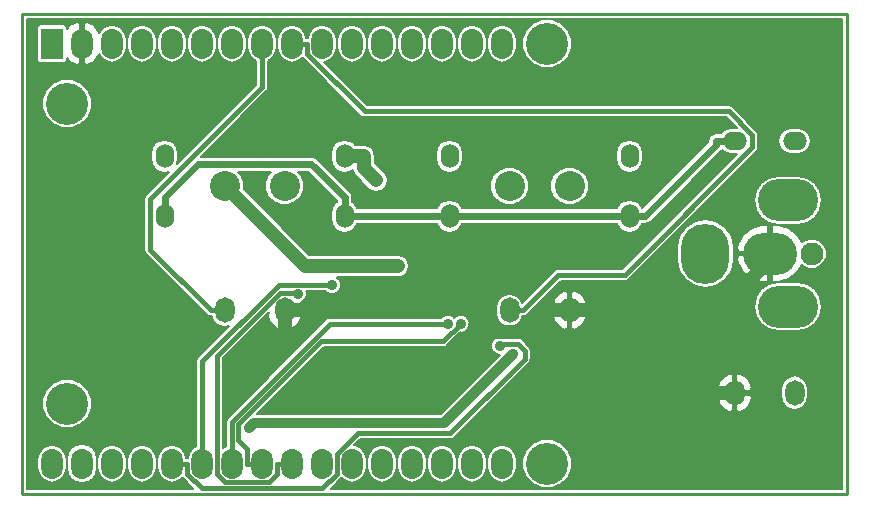
<source format=gtl>
G04 #@! TF.GenerationSoftware,KiCad,Pcbnew,no-vcs-found-6223534~58~ubuntu16.04.1*
G04 #@! TF.CreationDate,2017-03-08T14:08:53-05:00*
G04 #@! TF.ProjectId,h_bridge_controller_3x2,685F6272696467655F636F6E74726F6C,1.0*
G04 #@! TF.FileFunction,Copper,L1,Top,Signal*
G04 #@! TF.FilePolarity,Positive*
%FSLAX46Y46*%
G04 Gerber Fmt 4.6, Leading zero omitted, Abs format (unit mm)*
G04 Created by KiCad (PCBNEW no-vcs-found-6223534~58~ubuntu16.04.1) date Wed Mar  8 14:08:53 2017*
%MOMM*%
%LPD*%
G01*
G04 APERTURE LIST*
%ADD10C,0.100000*%
%ADD11C,0.228600*%
%ADD12O,1.854200X2.540000*%
%ADD13R,1.854200X2.540000*%
%ADD14C,3.556000*%
%ADD15O,2.032000X1.524000*%
%ADD16O,1.524000X2.032000*%
%ADD17C,1.930400*%
%ADD18O,4.572000X3.556000*%
%ADD19O,4.064000X5.080000*%
%ADD20O,5.080000X3.556000*%
%ADD21O,1.651000X2.159000*%
%ADD22C,2.540000*%
%ADD23C,0.889000*%
%ADD24C,1.219200*%
%ADD25C,0.812800*%
%ADD26C,0.609600*%
%ADD27C,0.406400*%
%ADD28C,0.203200*%
G04 APERTURE END LIST*
D10*
D11*
X155575000Y-68580000D02*
X85725000Y-68580000D01*
X155575000Y-109220000D02*
X155575000Y-68580000D01*
X85725000Y-109220000D02*
X155575000Y-109220000D01*
X85725000Y-68580000D02*
X85725000Y-109220000D01*
D12*
X90805000Y-71120000D03*
X93345000Y-71120000D03*
D13*
X88265000Y-71120000D03*
D12*
X95885000Y-71120000D03*
X98425000Y-71120000D03*
X100965000Y-71120000D03*
X103505000Y-71120000D03*
X106045000Y-71120000D03*
X108585000Y-71120000D03*
X111125000Y-71120000D03*
X113665000Y-71120000D03*
X116205000Y-71120000D03*
X118745000Y-71120000D03*
X121285000Y-71120000D03*
X123825000Y-71120000D03*
X126365000Y-71120000D03*
X126365000Y-106680000D03*
X123825000Y-106680000D03*
X121285000Y-106680000D03*
X118745000Y-106680000D03*
X116205000Y-106680000D03*
X113665000Y-106680000D03*
X111125000Y-106680000D03*
X108585000Y-106680000D03*
X106045000Y-106680000D03*
X103505000Y-106680000D03*
X100965000Y-106680000D03*
X98425000Y-106680000D03*
X95885000Y-106680000D03*
X93345000Y-106680000D03*
X90805000Y-106680000D03*
X88265000Y-106680000D03*
D14*
X89535000Y-76200000D03*
X89535000Y-101600000D03*
X130175000Y-106680000D03*
X130175000Y-71120000D03*
D15*
X146050000Y-79375000D03*
X151130000Y-79375000D03*
D16*
X97790000Y-80645000D03*
X97790000Y-85725000D03*
X113030000Y-85725000D03*
X113030000Y-80645000D03*
X121920000Y-80645000D03*
X121920000Y-85725000D03*
D17*
X152577800Y-88900000D03*
D18*
X149072600Y-88900000D03*
D19*
X143586200Y-88900000D03*
D20*
X150571200Y-84404200D03*
X150571200Y-93395800D03*
D21*
X146050000Y-100685600D03*
X151130000Y-100685600D03*
D22*
X102870000Y-83185000D03*
X107950000Y-83185000D03*
X132080000Y-83185000D03*
X127000000Y-83185000D03*
D16*
X137160000Y-80645000D03*
X137160000Y-85725000D03*
D21*
X102870000Y-93700600D03*
X107950000Y-93700600D03*
X132080000Y-93700600D03*
X127000000Y-93700600D03*
D23*
X106524300Y-97995700D03*
X127306000Y-97441700D03*
X104953200Y-103687400D03*
X117537100Y-89954800D03*
X115705800Y-82709200D03*
X109063900Y-92316800D03*
X122859900Y-94833000D03*
X121763300Y-94825700D03*
X111994900Y-91561600D03*
X126186300Y-96698100D03*
D24*
X146050000Y-100685600D02*
X144487900Y-100685600D01*
X141749800Y-97947500D02*
X144487900Y-100685600D01*
X141749800Y-96730800D02*
X141749800Y-97947500D01*
X141749800Y-96730800D02*
X149580600Y-88900000D01*
X138719600Y-93700600D02*
X132080000Y-93700600D01*
X141749800Y-96730800D02*
X138719600Y-93700600D01*
X132080000Y-93700600D02*
X130517900Y-93700600D01*
X107950000Y-93700600D02*
X109512100Y-93700600D01*
X107950000Y-96570000D02*
X106524300Y-97995700D01*
X107950000Y-93700600D02*
X107950000Y-96570000D01*
X109583200Y-93629500D02*
X109512100Y-93700600D01*
X123863400Y-93629500D02*
X109583200Y-93629500D01*
X125770200Y-95536300D02*
X123863400Y-93629500D01*
X128682200Y-95536300D02*
X125770200Y-95536300D01*
X130517900Y-93700600D02*
X128682200Y-95536300D01*
D25*
X121487300Y-103260400D02*
X127306000Y-97441700D01*
X105380200Y-103260400D02*
X121487300Y-103260400D01*
X104953200Y-103687400D02*
X105380200Y-103260400D01*
D24*
X109639800Y-89954800D02*
X102870000Y-83185000D01*
X117537100Y-89954800D02*
X109639800Y-89954800D01*
X113030000Y-80645000D02*
X114655900Y-80645000D01*
X114655900Y-81659300D02*
X115705800Y-82709200D01*
X114655900Y-80645000D02*
X114655900Y-81659300D01*
D26*
X144474900Y-79731200D02*
X144474900Y-79375000D01*
X138481100Y-85725000D02*
X144474900Y-79731200D01*
X137160000Y-85725000D02*
X138481100Y-85725000D01*
X146050000Y-79375000D02*
X144474900Y-79375000D01*
X100593300Y-81346600D02*
X97790000Y-84149900D01*
X110226700Y-81346600D02*
X100593300Y-81346600D01*
X113030000Y-84149900D02*
X110226700Y-81346600D01*
X113030000Y-85725000D02*
X113030000Y-84149900D01*
X97790000Y-85725000D02*
X97790000Y-84149900D01*
X137160000Y-85725000D02*
X121920000Y-85725000D01*
X121920000Y-85725000D02*
X113030000Y-85725000D01*
D27*
X108585000Y-106680000D02*
X107327700Y-106680000D01*
X109001600Y-92254500D02*
X109063900Y-92316800D01*
X107535500Y-92254500D02*
X109001600Y-92254500D01*
X102235000Y-97555000D02*
X107535500Y-92254500D01*
X102235000Y-107552700D02*
X102235000Y-97555000D01*
X102942100Y-108259800D02*
X102235000Y-107552700D01*
X106611800Y-108259800D02*
X102942100Y-108259800D01*
X107327700Y-107543900D02*
X106611800Y-108259800D01*
X107327700Y-106680000D02*
X107327700Y-107543900D01*
X106045000Y-106680000D02*
X104787700Y-106680000D01*
X104787700Y-105422700D02*
X104787700Y-106680000D01*
X104013400Y-104648400D02*
X104787700Y-105422700D01*
X104013400Y-103351500D02*
X104013400Y-104648400D01*
X111055100Y-96309800D02*
X104013400Y-103351500D01*
X121383100Y-96309800D02*
X111055100Y-96309800D01*
X122859900Y-94833000D02*
X121383100Y-96309800D01*
X103505000Y-106680000D02*
X103505000Y-105079800D01*
X103505000Y-103140300D02*
X103505000Y-105079800D01*
X111819600Y-94825700D02*
X103505000Y-103140300D01*
X121763300Y-94825700D02*
X111819600Y-94825700D01*
X107440000Y-91561600D02*
X111994900Y-91561600D01*
X100965000Y-98036600D02*
X107440000Y-91561600D01*
X100965000Y-106680000D02*
X100965000Y-98036600D01*
X98425000Y-106680000D02*
X99682300Y-106680000D01*
X126361000Y-96523400D02*
X126186300Y-96698100D01*
X127675700Y-96523400D02*
X126361000Y-96523400D01*
X128280500Y-97128200D02*
X127675700Y-96523400D01*
X128280500Y-97808500D02*
X128280500Y-97128200D01*
X121964600Y-104124400D02*
X128280500Y-97808500D01*
X114134700Y-104124400D02*
X121964600Y-104124400D01*
X112395000Y-105864100D02*
X114134700Y-104124400D01*
X112395000Y-107539400D02*
X112395000Y-105864100D01*
X111152500Y-108781900D02*
X112395000Y-107539400D01*
X100920300Y-108781900D02*
X111152500Y-108781900D01*
X99682300Y-107543900D02*
X100920300Y-108781900D01*
X99682300Y-106680000D02*
X99682300Y-107543900D01*
X106045000Y-74816700D02*
X106045000Y-71120000D01*
X96570400Y-84291300D02*
X106045000Y-74816700D01*
X96570400Y-88556700D02*
X96570400Y-84291300D01*
X101714300Y-93700600D02*
X96570400Y-88556700D01*
X102870000Y-93700600D02*
X101714300Y-93700600D01*
X131141000Y-90715300D02*
X128155700Y-93700600D01*
X136737300Y-90715300D02*
X131141000Y-90715300D01*
X147535300Y-79917300D02*
X136737300Y-90715300D01*
X147535300Y-78847500D02*
X147535300Y-79917300D01*
X145549200Y-76861400D02*
X147535300Y-78847500D01*
X114719300Y-76861400D02*
X145549200Y-76861400D01*
X109842300Y-71984400D02*
X114719300Y-76861400D01*
X109842300Y-71120000D02*
X109842300Y-71984400D01*
X108585000Y-71120000D02*
X109842300Y-71120000D01*
X127000000Y-93700600D02*
X128155700Y-93700600D01*
D28*
G36*
X155155900Y-108800900D02*
X111851920Y-108800900D01*
X112754210Y-107898610D01*
X112765300Y-107882012D01*
X112793915Y-107924837D01*
X113193572Y-108191879D01*
X113665000Y-108285652D01*
X114136428Y-108191879D01*
X114536085Y-107924837D01*
X114803127Y-107525180D01*
X114896900Y-107053752D01*
X114896900Y-106306248D01*
X114973100Y-106306248D01*
X114973100Y-107053752D01*
X115066873Y-107525180D01*
X115333915Y-107924837D01*
X115733572Y-108191879D01*
X116205000Y-108285652D01*
X116676428Y-108191879D01*
X117076085Y-107924837D01*
X117343127Y-107525180D01*
X117436900Y-107053752D01*
X117436900Y-106306248D01*
X117513100Y-106306248D01*
X117513100Y-107053752D01*
X117606873Y-107525180D01*
X117873915Y-107924837D01*
X118273572Y-108191879D01*
X118745000Y-108285652D01*
X119216428Y-108191879D01*
X119616085Y-107924837D01*
X119883127Y-107525180D01*
X119976900Y-107053752D01*
X119976900Y-106306248D01*
X120053100Y-106306248D01*
X120053100Y-107053752D01*
X120146873Y-107525180D01*
X120413915Y-107924837D01*
X120813572Y-108191879D01*
X121285000Y-108285652D01*
X121756428Y-108191879D01*
X122156085Y-107924837D01*
X122423127Y-107525180D01*
X122516900Y-107053752D01*
X122516900Y-106306248D01*
X122593100Y-106306248D01*
X122593100Y-107053752D01*
X122686873Y-107525180D01*
X122953915Y-107924837D01*
X123353572Y-108191879D01*
X123825000Y-108285652D01*
X124296428Y-108191879D01*
X124696085Y-107924837D01*
X124963127Y-107525180D01*
X125056900Y-107053752D01*
X125056900Y-106306248D01*
X125133100Y-106306248D01*
X125133100Y-107053752D01*
X125226873Y-107525180D01*
X125493915Y-107924837D01*
X125893572Y-108191879D01*
X126365000Y-108285652D01*
X126836428Y-108191879D01*
X127236085Y-107924837D01*
X127503127Y-107525180D01*
X127589197Y-107092477D01*
X128091840Y-107092477D01*
X128408259Y-107858270D01*
X128993648Y-108444682D01*
X129758888Y-108762437D01*
X130587477Y-108763160D01*
X131353270Y-108446741D01*
X131939682Y-107861352D01*
X132257437Y-107096112D01*
X132258160Y-106267523D01*
X131941741Y-105501730D01*
X131356352Y-104915318D01*
X130591112Y-104597563D01*
X129762523Y-104596840D01*
X128996730Y-104913259D01*
X128410318Y-105498648D01*
X128092563Y-106263888D01*
X128091840Y-107092477D01*
X127589197Y-107092477D01*
X127596900Y-107053752D01*
X127596900Y-106306248D01*
X127503127Y-105834820D01*
X127236085Y-105435163D01*
X126836428Y-105168121D01*
X126365000Y-105074348D01*
X125893572Y-105168121D01*
X125493915Y-105435163D01*
X125226873Y-105834820D01*
X125133100Y-106306248D01*
X125056900Y-106306248D01*
X124963127Y-105834820D01*
X124696085Y-105435163D01*
X124296428Y-105168121D01*
X123825000Y-105074348D01*
X123353572Y-105168121D01*
X122953915Y-105435163D01*
X122686873Y-105834820D01*
X122593100Y-106306248D01*
X122516900Y-106306248D01*
X122423127Y-105834820D01*
X122156085Y-105435163D01*
X121756428Y-105168121D01*
X121285000Y-105074348D01*
X120813572Y-105168121D01*
X120413915Y-105435163D01*
X120146873Y-105834820D01*
X120053100Y-106306248D01*
X119976900Y-106306248D01*
X119883127Y-105834820D01*
X119616085Y-105435163D01*
X119216428Y-105168121D01*
X118745000Y-105074348D01*
X118273572Y-105168121D01*
X117873915Y-105435163D01*
X117606873Y-105834820D01*
X117513100Y-106306248D01*
X117436900Y-106306248D01*
X117343127Y-105834820D01*
X117076085Y-105435163D01*
X116676428Y-105168121D01*
X116205000Y-105074348D01*
X115733572Y-105168121D01*
X115333915Y-105435163D01*
X115066873Y-105834820D01*
X114973100Y-106306248D01*
X114896900Y-106306248D01*
X114803127Y-105834820D01*
X114536085Y-105435163D01*
X114136428Y-105168121D01*
X113863657Y-105113863D01*
X114345120Y-104632400D01*
X121964600Y-104632400D01*
X122159003Y-104593731D01*
X122323810Y-104483610D01*
X125742829Y-101064591D01*
X144611364Y-101064591D01*
X144768706Y-101605619D01*
X145121113Y-102045251D01*
X145614935Y-102316558D01*
X145676247Y-102325176D01*
X145897600Y-102213214D01*
X145897600Y-100838000D01*
X146202400Y-100838000D01*
X146202400Y-102213214D01*
X146423753Y-102325176D01*
X146485065Y-102316558D01*
X146978887Y-102045251D01*
X147331294Y-101605619D01*
X147488636Y-101064591D01*
X147338077Y-100838000D01*
X146202400Y-100838000D01*
X145897600Y-100838000D01*
X144761923Y-100838000D01*
X144611364Y-101064591D01*
X125742829Y-101064591D01*
X126500811Y-100306609D01*
X144611364Y-100306609D01*
X144761923Y-100533200D01*
X145897600Y-100533200D01*
X145897600Y-99157986D01*
X146202400Y-99157986D01*
X146202400Y-100533200D01*
X147338077Y-100533200D01*
X147424266Y-100403485D01*
X149948900Y-100403485D01*
X149948900Y-100967715D01*
X150038806Y-101419702D01*
X150294836Y-101802879D01*
X150678013Y-102058909D01*
X151130000Y-102148815D01*
X151581987Y-102058909D01*
X151965164Y-101802879D01*
X152221194Y-101419702D01*
X152311100Y-100967715D01*
X152311100Y-100403485D01*
X152221194Y-99951498D01*
X151965164Y-99568321D01*
X151581987Y-99312291D01*
X151130000Y-99222385D01*
X150678013Y-99312291D01*
X150294836Y-99568321D01*
X150038806Y-99951498D01*
X149948900Y-100403485D01*
X147424266Y-100403485D01*
X147488636Y-100306609D01*
X147331294Y-99765581D01*
X146978887Y-99325949D01*
X146485065Y-99054642D01*
X146423753Y-99046024D01*
X146202400Y-99157986D01*
X145897600Y-99157986D01*
X145676247Y-99046024D01*
X145614935Y-99054642D01*
X145121113Y-99325949D01*
X144768706Y-99765581D01*
X144611364Y-100306609D01*
X126500811Y-100306609D01*
X128639710Y-98167711D01*
X128749831Y-98002904D01*
X128771192Y-97895512D01*
X128788500Y-97808500D01*
X128788500Y-97128200D01*
X128749831Y-96933797D01*
X128749831Y-96933796D01*
X128639710Y-96768989D01*
X128034910Y-96164190D01*
X127870103Y-96054069D01*
X127675700Y-96015400D01*
X126496077Y-96015400D01*
X126335999Y-95948930D01*
X126037909Y-95948670D01*
X125762410Y-96062504D01*
X125551444Y-96273101D01*
X125437130Y-96548401D01*
X125436870Y-96846491D01*
X125550704Y-97121990D01*
X125761301Y-97332956D01*
X126036601Y-97447270D01*
X126222637Y-97447432D01*
X121171670Y-102498400D01*
X105584920Y-102498400D01*
X111265520Y-96817800D01*
X121383100Y-96817800D01*
X121577503Y-96779131D01*
X121742310Y-96669010D01*
X122829047Y-95582274D01*
X123008291Y-95582430D01*
X123283790Y-95468596D01*
X123494756Y-95257999D01*
X123609070Y-94982699D01*
X123609330Y-94684609D01*
X123495496Y-94409110D01*
X123284899Y-94198144D01*
X123009599Y-94083830D01*
X122711509Y-94083570D01*
X122436010Y-94197404D01*
X122315218Y-94317985D01*
X122188299Y-94190844D01*
X121912999Y-94076530D01*
X121614909Y-94076270D01*
X121339410Y-94190104D01*
X121211590Y-94317700D01*
X111819600Y-94317700D01*
X111625196Y-94356369D01*
X111460390Y-94466490D01*
X103145790Y-102781090D01*
X103035669Y-102945897D01*
X102997000Y-103140300D01*
X102997000Y-105192558D01*
X102743000Y-105362275D01*
X102743000Y-97765420D01*
X106655418Y-93853002D01*
X106661922Y-93853002D01*
X106511364Y-94079591D01*
X106668706Y-94620619D01*
X107021113Y-95060251D01*
X107514935Y-95331558D01*
X107576247Y-95340176D01*
X107797600Y-95228214D01*
X107797600Y-93853000D01*
X108102400Y-93853000D01*
X108102400Y-95228214D01*
X108323753Y-95340176D01*
X108385065Y-95331558D01*
X108878887Y-95060251D01*
X109231294Y-94620619D01*
X109388636Y-94079591D01*
X109238077Y-93853000D01*
X108102400Y-93853000D01*
X107797600Y-93853000D01*
X107777600Y-93853000D01*
X107777600Y-93548200D01*
X107797600Y-93548200D01*
X107797600Y-93528200D01*
X108102400Y-93528200D01*
X108102400Y-93548200D01*
X109238077Y-93548200D01*
X109388636Y-93321609D01*
X109303416Y-93028578D01*
X109487790Y-92952396D01*
X109698756Y-92741799D01*
X109813070Y-92466499D01*
X109813330Y-92168409D01*
X109772503Y-92069600D01*
X111443267Y-92069600D01*
X111569901Y-92196456D01*
X111845201Y-92310770D01*
X112143291Y-92311030D01*
X112418790Y-92197196D01*
X112629756Y-91986599D01*
X112744070Y-91711299D01*
X112744330Y-91413209D01*
X112630496Y-91137710D01*
X112419899Y-90926744D01*
X112403658Y-90920000D01*
X117537100Y-90920000D01*
X117906466Y-90846529D01*
X118219599Y-90637299D01*
X118428829Y-90324166D01*
X118502300Y-89954800D01*
X118428829Y-89585434D01*
X118219599Y-89272301D01*
X117906466Y-89063071D01*
X117537100Y-88989600D01*
X110039598Y-88989600D01*
X104495373Y-83445375D01*
X104495881Y-82863067D01*
X104248920Y-82265375D01*
X103990995Y-82007000D01*
X106829104Y-82007000D01*
X106572687Y-82262970D01*
X106324683Y-82860230D01*
X106324119Y-83506933D01*
X106571080Y-84104625D01*
X107027970Y-84562313D01*
X107625230Y-84810317D01*
X108271933Y-84810881D01*
X108869625Y-84563920D01*
X109327313Y-84107030D01*
X109575317Y-83509770D01*
X109575881Y-82863067D01*
X109328920Y-82265375D01*
X109070995Y-82007000D01*
X109953154Y-82007000D01*
X112369600Y-84423446D01*
X112369600Y-84567095D01*
X112239737Y-84653866D01*
X111997472Y-85016442D01*
X111912400Y-85444129D01*
X111912400Y-86005871D01*
X111997472Y-86433558D01*
X112239737Y-86796134D01*
X112602313Y-87038399D01*
X113030000Y-87123471D01*
X113457687Y-87038399D01*
X113820263Y-86796134D01*
X114062528Y-86433558D01*
X114072107Y-86385400D01*
X120877893Y-86385400D01*
X120887472Y-86433558D01*
X121129737Y-86796134D01*
X121492313Y-87038399D01*
X121920000Y-87123471D01*
X122347687Y-87038399D01*
X122710263Y-86796134D01*
X122952528Y-86433558D01*
X122962107Y-86385400D01*
X136117893Y-86385400D01*
X136127472Y-86433558D01*
X136369737Y-86796134D01*
X136732313Y-87038399D01*
X137160000Y-87123471D01*
X137587687Y-87038399D01*
X137950263Y-86796134D01*
X138192528Y-86433558D01*
X138202107Y-86385400D01*
X138481100Y-86385400D01*
X138733824Y-86335130D01*
X138948073Y-86191973D01*
X144941873Y-80198173D01*
X144971364Y-80154036D01*
X144978866Y-80165263D01*
X145341442Y-80407528D01*
X145769129Y-80492600D01*
X146241580Y-80492600D01*
X136526880Y-90207300D01*
X131141000Y-90207300D01*
X130946597Y-90245969D01*
X130781790Y-90356090D01*
X128061961Y-93075919D01*
X128044261Y-92986933D01*
X127799243Y-92620237D01*
X127432547Y-92375219D01*
X127000000Y-92289180D01*
X126567453Y-92375219D01*
X126200757Y-92620237D01*
X125955739Y-92986933D01*
X125869700Y-93419480D01*
X125869700Y-93981720D01*
X125955739Y-94414267D01*
X126200757Y-94780963D01*
X126567453Y-95025981D01*
X127000000Y-95112020D01*
X127432547Y-95025981D01*
X127799243Y-94780963D01*
X128044261Y-94414267D01*
X128085171Y-94208600D01*
X128155700Y-94208600D01*
X128350103Y-94169931D01*
X128485305Y-94079591D01*
X130641364Y-94079591D01*
X130798706Y-94620619D01*
X131151113Y-95060251D01*
X131644935Y-95331558D01*
X131706247Y-95340176D01*
X131927600Y-95228214D01*
X131927600Y-93853000D01*
X132232400Y-93853000D01*
X132232400Y-95228214D01*
X132453753Y-95340176D01*
X132515065Y-95331558D01*
X133008887Y-95060251D01*
X133361294Y-94620619D01*
X133518636Y-94079591D01*
X133368077Y-93853000D01*
X132232400Y-93853000D01*
X131927600Y-93853000D01*
X130791923Y-93853000D01*
X130641364Y-94079591D01*
X128485305Y-94079591D01*
X128514910Y-94059810D01*
X129253111Y-93321609D01*
X130641364Y-93321609D01*
X130791923Y-93548200D01*
X131927600Y-93548200D01*
X131927600Y-92172986D01*
X132232400Y-92172986D01*
X132232400Y-93548200D01*
X133368077Y-93548200D01*
X133469339Y-93395800D01*
X147670667Y-93395800D01*
X147829211Y-94192853D01*
X148280705Y-94868562D01*
X148956414Y-95320056D01*
X149753467Y-95478600D01*
X151388933Y-95478600D01*
X152185986Y-95320056D01*
X152861695Y-94868562D01*
X153313189Y-94192853D01*
X153471733Y-93395800D01*
X153313189Y-92598747D01*
X152861695Y-91923038D01*
X152185986Y-91471544D01*
X151388933Y-91313000D01*
X149753467Y-91313000D01*
X148956414Y-91471544D01*
X148280705Y-91923038D01*
X147829211Y-92598747D01*
X147670667Y-93395800D01*
X133469339Y-93395800D01*
X133518636Y-93321609D01*
X133361294Y-92780581D01*
X133008887Y-92340949D01*
X132515065Y-92069642D01*
X132453753Y-92061024D01*
X132232400Y-92172986D01*
X131927600Y-92172986D01*
X131706247Y-92061024D01*
X131644935Y-92069642D01*
X131151113Y-92340949D01*
X130798706Y-92780581D01*
X130641364Y-93321609D01*
X129253111Y-93321609D01*
X131351420Y-91223300D01*
X136737300Y-91223300D01*
X136931703Y-91184631D01*
X137096510Y-91074510D01*
X139835748Y-88335272D01*
X141198600Y-88335272D01*
X141198600Y-89464728D01*
X141380345Y-90378423D01*
X141897912Y-91153016D01*
X142672505Y-91670583D01*
X143586200Y-91852328D01*
X144499895Y-91670583D01*
X145274488Y-91153016D01*
X145792055Y-90378423D01*
X145973800Y-89464728D01*
X145973800Y-89423265D01*
X146235045Y-89423265D01*
X146300425Y-89672896D01*
X146768549Y-90480525D01*
X147510106Y-91047534D01*
X148412200Y-91287600D01*
X148920200Y-91287600D01*
X148920200Y-89052400D01*
X146334602Y-89052400D01*
X146235045Y-89423265D01*
X145973800Y-89423265D01*
X145973800Y-88376735D01*
X146235045Y-88376735D01*
X146334602Y-88747600D01*
X148920200Y-88747600D01*
X148920200Y-86512400D01*
X149225000Y-86512400D01*
X149225000Y-88747600D01*
X149245000Y-88747600D01*
X149245000Y-89052400D01*
X149225000Y-89052400D01*
X149225000Y-91287600D01*
X149733000Y-91287600D01*
X150635094Y-91047534D01*
X151376651Y-90480525D01*
X151738277Y-89856632D01*
X151857463Y-89976026D01*
X152324073Y-90169779D01*
X152829310Y-90170220D01*
X153296258Y-89977282D01*
X153653826Y-89620337D01*
X153847579Y-89153727D01*
X153848020Y-88648490D01*
X153655082Y-88181542D01*
X153298137Y-87823974D01*
X152831527Y-87630221D01*
X152326290Y-87629780D01*
X151859342Y-87822718D01*
X151738352Y-87943498D01*
X151376651Y-87319475D01*
X150635094Y-86752466D01*
X149733000Y-86512400D01*
X149225000Y-86512400D01*
X148920200Y-86512400D01*
X148412200Y-86512400D01*
X147510106Y-86752466D01*
X146768549Y-87319475D01*
X146300425Y-88127104D01*
X146235045Y-88376735D01*
X145973800Y-88376735D01*
X145973800Y-88335272D01*
X145792055Y-87421577D01*
X145274488Y-86646984D01*
X144499895Y-86129417D01*
X143586200Y-85947672D01*
X142672505Y-86129417D01*
X141897912Y-86646984D01*
X141380345Y-87421577D01*
X141198600Y-88335272D01*
X139835748Y-88335272D01*
X143766820Y-84404200D01*
X147670667Y-84404200D01*
X147829211Y-85201253D01*
X148280705Y-85876962D01*
X148956414Y-86328456D01*
X149753467Y-86487000D01*
X151388933Y-86487000D01*
X152185986Y-86328456D01*
X152861695Y-85876962D01*
X153313189Y-85201253D01*
X153471733Y-84404200D01*
X153313189Y-83607147D01*
X152861695Y-82931438D01*
X152185986Y-82479944D01*
X151388933Y-82321400D01*
X149753467Y-82321400D01*
X148956414Y-82479944D01*
X148280705Y-82931438D01*
X147829211Y-83607147D01*
X147670667Y-84404200D01*
X143766820Y-84404200D01*
X147894510Y-80276510D01*
X148004631Y-80111703D01*
X148043300Y-79917300D01*
X148043300Y-79375000D01*
X149731529Y-79375000D01*
X149816601Y-79802687D01*
X150058866Y-80165263D01*
X150421442Y-80407528D01*
X150849129Y-80492600D01*
X151410871Y-80492600D01*
X151838558Y-80407528D01*
X152201134Y-80165263D01*
X152443399Y-79802687D01*
X152528471Y-79375000D01*
X152443399Y-78947313D01*
X152201134Y-78584737D01*
X151838558Y-78342472D01*
X151410871Y-78257400D01*
X150849129Y-78257400D01*
X150421442Y-78342472D01*
X150058866Y-78584737D01*
X149816601Y-78947313D01*
X149731529Y-79375000D01*
X148043300Y-79375000D01*
X148043300Y-78847500D01*
X148004631Y-78653097D01*
X147894511Y-78488290D01*
X145908410Y-76502190D01*
X145743603Y-76392069D01*
X145549200Y-76353400D01*
X114929721Y-76353400D01*
X111272611Y-72696290D01*
X111596428Y-72631879D01*
X111996085Y-72364837D01*
X112263127Y-71965180D01*
X112356900Y-71493752D01*
X112356900Y-70746248D01*
X112433100Y-70746248D01*
X112433100Y-71493752D01*
X112526873Y-71965180D01*
X112793915Y-72364837D01*
X113193572Y-72631879D01*
X113665000Y-72725652D01*
X114136428Y-72631879D01*
X114536085Y-72364837D01*
X114803127Y-71965180D01*
X114896900Y-71493752D01*
X114896900Y-70746248D01*
X114973100Y-70746248D01*
X114973100Y-71493752D01*
X115066873Y-71965180D01*
X115333915Y-72364837D01*
X115733572Y-72631879D01*
X116205000Y-72725652D01*
X116676428Y-72631879D01*
X117076085Y-72364837D01*
X117343127Y-71965180D01*
X117436900Y-71493752D01*
X117436900Y-70746248D01*
X117513100Y-70746248D01*
X117513100Y-71493752D01*
X117606873Y-71965180D01*
X117873915Y-72364837D01*
X118273572Y-72631879D01*
X118745000Y-72725652D01*
X119216428Y-72631879D01*
X119616085Y-72364837D01*
X119883127Y-71965180D01*
X119976900Y-71493752D01*
X119976900Y-70746248D01*
X120053100Y-70746248D01*
X120053100Y-71493752D01*
X120146873Y-71965180D01*
X120413915Y-72364837D01*
X120813572Y-72631879D01*
X121285000Y-72725652D01*
X121756428Y-72631879D01*
X122156085Y-72364837D01*
X122423127Y-71965180D01*
X122516900Y-71493752D01*
X122516900Y-70746248D01*
X122593100Y-70746248D01*
X122593100Y-71493752D01*
X122686873Y-71965180D01*
X122953915Y-72364837D01*
X123353572Y-72631879D01*
X123825000Y-72725652D01*
X124296428Y-72631879D01*
X124696085Y-72364837D01*
X124963127Y-71965180D01*
X125056900Y-71493752D01*
X125056900Y-70746248D01*
X125133100Y-70746248D01*
X125133100Y-71493752D01*
X125226873Y-71965180D01*
X125493915Y-72364837D01*
X125893572Y-72631879D01*
X126365000Y-72725652D01*
X126836428Y-72631879D01*
X127236085Y-72364837D01*
X127503127Y-71965180D01*
X127589197Y-71532477D01*
X128091840Y-71532477D01*
X128408259Y-72298270D01*
X128993648Y-72884682D01*
X129758888Y-73202437D01*
X130587477Y-73203160D01*
X131353270Y-72886741D01*
X131939682Y-72301352D01*
X132257437Y-71536112D01*
X132258160Y-70707523D01*
X131941741Y-69941730D01*
X131356352Y-69355318D01*
X130591112Y-69037563D01*
X129762523Y-69036840D01*
X128996730Y-69353259D01*
X128410318Y-69938648D01*
X128092563Y-70703888D01*
X128091840Y-71532477D01*
X127589197Y-71532477D01*
X127596900Y-71493752D01*
X127596900Y-70746248D01*
X127503127Y-70274820D01*
X127236085Y-69875163D01*
X126836428Y-69608121D01*
X126365000Y-69514348D01*
X125893572Y-69608121D01*
X125493915Y-69875163D01*
X125226873Y-70274820D01*
X125133100Y-70746248D01*
X125056900Y-70746248D01*
X124963127Y-70274820D01*
X124696085Y-69875163D01*
X124296428Y-69608121D01*
X123825000Y-69514348D01*
X123353572Y-69608121D01*
X122953915Y-69875163D01*
X122686873Y-70274820D01*
X122593100Y-70746248D01*
X122516900Y-70746248D01*
X122423127Y-70274820D01*
X122156085Y-69875163D01*
X121756428Y-69608121D01*
X121285000Y-69514348D01*
X120813572Y-69608121D01*
X120413915Y-69875163D01*
X120146873Y-70274820D01*
X120053100Y-70746248D01*
X119976900Y-70746248D01*
X119883127Y-70274820D01*
X119616085Y-69875163D01*
X119216428Y-69608121D01*
X118745000Y-69514348D01*
X118273572Y-69608121D01*
X117873915Y-69875163D01*
X117606873Y-70274820D01*
X117513100Y-70746248D01*
X117436900Y-70746248D01*
X117343127Y-70274820D01*
X117076085Y-69875163D01*
X116676428Y-69608121D01*
X116205000Y-69514348D01*
X115733572Y-69608121D01*
X115333915Y-69875163D01*
X115066873Y-70274820D01*
X114973100Y-70746248D01*
X114896900Y-70746248D01*
X114803127Y-70274820D01*
X114536085Y-69875163D01*
X114136428Y-69608121D01*
X113665000Y-69514348D01*
X113193572Y-69608121D01*
X112793915Y-69875163D01*
X112526873Y-70274820D01*
X112433100Y-70746248D01*
X112356900Y-70746248D01*
X112263127Y-70274820D01*
X111996085Y-69875163D01*
X111596428Y-69608121D01*
X111125000Y-69514348D01*
X110653572Y-69608121D01*
X110253915Y-69875163D01*
X109986873Y-70274820D01*
X109916854Y-70626830D01*
X109842300Y-70612000D01*
X109790196Y-70612000D01*
X109723127Y-70274820D01*
X109456085Y-69875163D01*
X109056428Y-69608121D01*
X108585000Y-69514348D01*
X108113572Y-69608121D01*
X107713915Y-69875163D01*
X107446873Y-70274820D01*
X107353100Y-70746248D01*
X107353100Y-71493752D01*
X107446873Y-71965180D01*
X107713915Y-72364837D01*
X108113572Y-72631879D01*
X108585000Y-72725652D01*
X109056428Y-72631879D01*
X109456085Y-72364837D01*
X109476679Y-72334016D01*
X109483090Y-72343610D01*
X114360090Y-77220611D01*
X114524897Y-77330731D01*
X114719300Y-77369400D01*
X145338780Y-77369400D01*
X146226779Y-78257400D01*
X145769129Y-78257400D01*
X145341442Y-78342472D01*
X144978866Y-78584737D01*
X144892095Y-78714600D01*
X144474900Y-78714600D01*
X144222176Y-78764870D01*
X144007927Y-78908027D01*
X143864770Y-79122276D01*
X143814500Y-79375000D01*
X143814500Y-79457654D01*
X138207554Y-85064600D01*
X138202107Y-85064600D01*
X138192528Y-85016442D01*
X137950263Y-84653866D01*
X137587687Y-84411601D01*
X137160000Y-84326529D01*
X136732313Y-84411601D01*
X136369737Y-84653866D01*
X136127472Y-85016442D01*
X136117893Y-85064600D01*
X122962107Y-85064600D01*
X122952528Y-85016442D01*
X122710263Y-84653866D01*
X122347687Y-84411601D01*
X121920000Y-84326529D01*
X121492313Y-84411601D01*
X121129737Y-84653866D01*
X120887472Y-85016442D01*
X120877893Y-85064600D01*
X114072107Y-85064600D01*
X114062528Y-85016442D01*
X113820263Y-84653866D01*
X113690400Y-84567095D01*
X113690400Y-84149900D01*
X113640130Y-83897176D01*
X113496973Y-83682927D01*
X110693673Y-80879627D01*
X110479424Y-80736470D01*
X110226700Y-80686200D01*
X100893920Y-80686200D01*
X101215991Y-80364129D01*
X111912400Y-80364129D01*
X111912400Y-80925871D01*
X111997472Y-81353558D01*
X112239737Y-81716134D01*
X112602313Y-81958399D01*
X113030000Y-82043471D01*
X113457687Y-81958399D01*
X113715878Y-81785881D01*
X113740416Y-81909239D01*
X113764171Y-82028666D01*
X113973401Y-82341799D01*
X115023301Y-83391700D01*
X115336434Y-83600929D01*
X115705800Y-83674399D01*
X116075167Y-83600929D01*
X116215841Y-83506933D01*
X125374119Y-83506933D01*
X125621080Y-84104625D01*
X126077970Y-84562313D01*
X126675230Y-84810317D01*
X127321933Y-84810881D01*
X127919625Y-84563920D01*
X128377313Y-84107030D01*
X128625317Y-83509770D01*
X128625319Y-83506933D01*
X130454119Y-83506933D01*
X130701080Y-84104625D01*
X131157970Y-84562313D01*
X131755230Y-84810317D01*
X132401933Y-84810881D01*
X132999625Y-84563920D01*
X133457313Y-84107030D01*
X133705317Y-83509770D01*
X133705881Y-82863067D01*
X133458920Y-82265375D01*
X133002030Y-81807687D01*
X132404770Y-81559683D01*
X131758067Y-81559119D01*
X131160375Y-81806080D01*
X130702687Y-82262970D01*
X130454683Y-82860230D01*
X130454119Y-83506933D01*
X128625319Y-83506933D01*
X128625881Y-82863067D01*
X128378920Y-82265375D01*
X127922030Y-81807687D01*
X127324770Y-81559683D01*
X126678067Y-81559119D01*
X126080375Y-81806080D01*
X125622687Y-82262970D01*
X125374683Y-82860230D01*
X125374119Y-83506933D01*
X116215841Y-83506933D01*
X116388300Y-83391700D01*
X116597529Y-83078567D01*
X116670999Y-82709200D01*
X116597529Y-82339834D01*
X116388300Y-82026701D01*
X115621100Y-81259502D01*
X115621100Y-80645000D01*
X115565232Y-80364129D01*
X120802400Y-80364129D01*
X120802400Y-80925871D01*
X120887472Y-81353558D01*
X121129737Y-81716134D01*
X121492313Y-81958399D01*
X121920000Y-82043471D01*
X122347687Y-81958399D01*
X122710263Y-81716134D01*
X122952528Y-81353558D01*
X123037600Y-80925871D01*
X123037600Y-80364129D01*
X136042400Y-80364129D01*
X136042400Y-80925871D01*
X136127472Y-81353558D01*
X136369737Y-81716134D01*
X136732313Y-81958399D01*
X137160000Y-82043471D01*
X137587687Y-81958399D01*
X137950263Y-81716134D01*
X138192528Y-81353558D01*
X138277600Y-80925871D01*
X138277600Y-80364129D01*
X138192528Y-79936442D01*
X137950263Y-79573866D01*
X137587687Y-79331601D01*
X137160000Y-79246529D01*
X136732313Y-79331601D01*
X136369737Y-79573866D01*
X136127472Y-79936442D01*
X136042400Y-80364129D01*
X123037600Y-80364129D01*
X122952528Y-79936442D01*
X122710263Y-79573866D01*
X122347687Y-79331601D01*
X121920000Y-79246529D01*
X121492313Y-79331601D01*
X121129737Y-79573866D01*
X120887472Y-79936442D01*
X120802400Y-80364129D01*
X115565232Y-80364129D01*
X115547629Y-80275634D01*
X115338399Y-79962501D01*
X115025266Y-79753271D01*
X114655900Y-79679800D01*
X113891046Y-79679800D01*
X113820263Y-79573866D01*
X113457687Y-79331601D01*
X113030000Y-79246529D01*
X112602313Y-79331601D01*
X112239737Y-79573866D01*
X111997472Y-79936442D01*
X111912400Y-80364129D01*
X101215991Y-80364129D01*
X106404210Y-75175910D01*
X106514331Y-75011103D01*
X106553000Y-74816700D01*
X106553000Y-72607442D01*
X106916085Y-72364837D01*
X107183127Y-71965180D01*
X107276900Y-71493752D01*
X107276900Y-70746248D01*
X107183127Y-70274820D01*
X106916085Y-69875163D01*
X106516428Y-69608121D01*
X106045000Y-69514348D01*
X105573572Y-69608121D01*
X105173915Y-69875163D01*
X104906873Y-70274820D01*
X104813100Y-70746248D01*
X104813100Y-71493752D01*
X104906873Y-71965180D01*
X105173915Y-72364837D01*
X105537000Y-72607442D01*
X105537000Y-74606280D01*
X98830674Y-81312606D01*
X98907600Y-80925871D01*
X98907600Y-80364129D01*
X98822528Y-79936442D01*
X98580263Y-79573866D01*
X98217687Y-79331601D01*
X97790000Y-79246529D01*
X97362313Y-79331601D01*
X96999737Y-79573866D01*
X96757472Y-79936442D01*
X96672400Y-80364129D01*
X96672400Y-80925871D01*
X96757472Y-81353558D01*
X96999737Y-81716134D01*
X97362313Y-81958399D01*
X97790000Y-82043471D01*
X98176735Y-81966545D01*
X96211190Y-83932090D01*
X96101069Y-84096897D01*
X96062400Y-84291300D01*
X96062400Y-88556700D01*
X96101069Y-88751103D01*
X96211190Y-88915910D01*
X101355090Y-94059810D01*
X101519896Y-94169931D01*
X101714300Y-94208600D01*
X101784829Y-94208600D01*
X101825739Y-94414267D01*
X102070757Y-94780963D01*
X102437453Y-95025981D01*
X102870000Y-95112020D01*
X103245939Y-95037241D01*
X100605790Y-97677390D01*
X100495669Y-97842197D01*
X100457000Y-98036600D01*
X100457000Y-105192558D01*
X100093915Y-105435163D01*
X99826873Y-105834820D01*
X99756854Y-106186830D01*
X99682300Y-106172000D01*
X99630196Y-106172000D01*
X99563127Y-105834820D01*
X99296085Y-105435163D01*
X98896428Y-105168121D01*
X98425000Y-105074348D01*
X97953572Y-105168121D01*
X97553915Y-105435163D01*
X97286873Y-105834820D01*
X97193100Y-106306248D01*
X97193100Y-107053752D01*
X97286873Y-107525180D01*
X97553915Y-107924837D01*
X97953572Y-108191879D01*
X98425000Y-108285652D01*
X98896428Y-108191879D01*
X99296085Y-107924837D01*
X99316846Y-107893766D01*
X99323090Y-107903110D01*
X100220879Y-108800900D01*
X86144100Y-108800900D01*
X86144100Y-106306248D01*
X87033100Y-106306248D01*
X87033100Y-107053752D01*
X87126873Y-107525180D01*
X87393915Y-107924837D01*
X87793572Y-108191879D01*
X88265000Y-108285652D01*
X88736428Y-108191879D01*
X89136085Y-107924837D01*
X89403127Y-107525180D01*
X89496900Y-107053752D01*
X89496900Y-106306248D01*
X89496703Y-106305253D01*
X89522300Y-106305253D01*
X89522300Y-107054747D01*
X89619940Y-107545615D01*
X89897994Y-107961753D01*
X90314132Y-108239807D01*
X90805000Y-108337447D01*
X91295868Y-108239807D01*
X91712006Y-107961753D01*
X91990060Y-107545615D01*
X92087700Y-107054747D01*
X92087700Y-106306248D01*
X92113100Y-106306248D01*
X92113100Y-107053752D01*
X92206873Y-107525180D01*
X92473915Y-107924837D01*
X92873572Y-108191879D01*
X93345000Y-108285652D01*
X93816428Y-108191879D01*
X94216085Y-107924837D01*
X94483127Y-107525180D01*
X94576900Y-107053752D01*
X94576900Y-106306248D01*
X94653100Y-106306248D01*
X94653100Y-107053752D01*
X94746873Y-107525180D01*
X95013915Y-107924837D01*
X95413572Y-108191879D01*
X95885000Y-108285652D01*
X96356428Y-108191879D01*
X96756085Y-107924837D01*
X97023127Y-107525180D01*
X97116900Y-107053752D01*
X97116900Y-106306248D01*
X97023127Y-105834820D01*
X96756085Y-105435163D01*
X96356428Y-105168121D01*
X95885000Y-105074348D01*
X95413572Y-105168121D01*
X95013915Y-105435163D01*
X94746873Y-105834820D01*
X94653100Y-106306248D01*
X94576900Y-106306248D01*
X94483127Y-105834820D01*
X94216085Y-105435163D01*
X93816428Y-105168121D01*
X93345000Y-105074348D01*
X92873572Y-105168121D01*
X92473915Y-105435163D01*
X92206873Y-105834820D01*
X92113100Y-106306248D01*
X92087700Y-106306248D01*
X92087700Y-106305253D01*
X91990060Y-105814385D01*
X91712006Y-105398247D01*
X91295868Y-105120193D01*
X90805000Y-105022553D01*
X90314132Y-105120193D01*
X89897994Y-105398247D01*
X89619940Y-105814385D01*
X89522300Y-106305253D01*
X89496703Y-106305253D01*
X89403127Y-105834820D01*
X89136085Y-105435163D01*
X88736428Y-105168121D01*
X88265000Y-105074348D01*
X87793572Y-105168121D01*
X87393915Y-105435163D01*
X87126873Y-105834820D01*
X87033100Y-106306248D01*
X86144100Y-106306248D01*
X86144100Y-102012477D01*
X87451840Y-102012477D01*
X87768259Y-102778270D01*
X88353648Y-103364682D01*
X89118888Y-103682437D01*
X89947477Y-103683160D01*
X90713270Y-103366741D01*
X91299682Y-102781352D01*
X91617437Y-102016112D01*
X91618160Y-101187523D01*
X91301741Y-100421730D01*
X90716352Y-99835318D01*
X89951112Y-99517563D01*
X89122523Y-99516840D01*
X88356730Y-99833259D01*
X87770318Y-100418648D01*
X87452563Y-101183888D01*
X87451840Y-102012477D01*
X86144100Y-102012477D01*
X86144100Y-76612477D01*
X87451840Y-76612477D01*
X87768259Y-77378270D01*
X88353648Y-77964682D01*
X89118888Y-78282437D01*
X89947477Y-78283160D01*
X90713270Y-77966741D01*
X91299682Y-77381352D01*
X91617437Y-76616112D01*
X91618160Y-75787523D01*
X91301741Y-75021730D01*
X90716352Y-74435318D01*
X89951112Y-74117563D01*
X89122523Y-74116840D01*
X88356730Y-74433259D01*
X87770318Y-75018648D01*
X87452563Y-75783888D01*
X87451840Y-76612477D01*
X86144100Y-76612477D01*
X86144100Y-69850000D01*
X86975334Y-69850000D01*
X86975334Y-72390000D01*
X87002933Y-72528748D01*
X87081527Y-72646373D01*
X87199152Y-72724967D01*
X87337900Y-72752566D01*
X89192100Y-72752566D01*
X89330848Y-72724967D01*
X89448473Y-72646373D01*
X89527067Y-72528748D01*
X89554666Y-72390000D01*
X89554666Y-72326923D01*
X89826152Y-72657274D01*
X90357730Y-72940947D01*
X90415269Y-72949357D01*
X90652600Y-72838785D01*
X90652600Y-71272400D01*
X90632600Y-71272400D01*
X90632600Y-70967600D01*
X90652600Y-70967600D01*
X90652600Y-69401215D01*
X90957400Y-69401215D01*
X90957400Y-70967600D01*
X90977400Y-70967600D01*
X90977400Y-71272400D01*
X90957400Y-71272400D01*
X90957400Y-72838785D01*
X91194731Y-72949357D01*
X91252270Y-72940947D01*
X91783848Y-72657274D01*
X92166405Y-72191769D01*
X92226414Y-71994425D01*
X92473915Y-72364837D01*
X92873572Y-72631879D01*
X93345000Y-72725652D01*
X93816428Y-72631879D01*
X94216085Y-72364837D01*
X94483127Y-71965180D01*
X94576900Y-71493752D01*
X94576900Y-70746248D01*
X94653100Y-70746248D01*
X94653100Y-71493752D01*
X94746873Y-71965180D01*
X95013915Y-72364837D01*
X95413572Y-72631879D01*
X95885000Y-72725652D01*
X96356428Y-72631879D01*
X96756085Y-72364837D01*
X97023127Y-71965180D01*
X97116900Y-71493752D01*
X97116900Y-70746248D01*
X97193100Y-70746248D01*
X97193100Y-71493752D01*
X97286873Y-71965180D01*
X97553915Y-72364837D01*
X97953572Y-72631879D01*
X98425000Y-72725652D01*
X98896428Y-72631879D01*
X99296085Y-72364837D01*
X99563127Y-71965180D01*
X99656900Y-71493752D01*
X99656900Y-70746248D01*
X99733100Y-70746248D01*
X99733100Y-71493752D01*
X99826873Y-71965180D01*
X100093915Y-72364837D01*
X100493572Y-72631879D01*
X100965000Y-72725652D01*
X101436428Y-72631879D01*
X101836085Y-72364837D01*
X102103127Y-71965180D01*
X102196900Y-71493752D01*
X102196900Y-70746248D01*
X102273100Y-70746248D01*
X102273100Y-71493752D01*
X102366873Y-71965180D01*
X102633915Y-72364837D01*
X103033572Y-72631879D01*
X103505000Y-72725652D01*
X103976428Y-72631879D01*
X104376085Y-72364837D01*
X104643127Y-71965180D01*
X104736900Y-71493752D01*
X104736900Y-70746248D01*
X104643127Y-70274820D01*
X104376085Y-69875163D01*
X103976428Y-69608121D01*
X103505000Y-69514348D01*
X103033572Y-69608121D01*
X102633915Y-69875163D01*
X102366873Y-70274820D01*
X102273100Y-70746248D01*
X102196900Y-70746248D01*
X102103127Y-70274820D01*
X101836085Y-69875163D01*
X101436428Y-69608121D01*
X100965000Y-69514348D01*
X100493572Y-69608121D01*
X100093915Y-69875163D01*
X99826873Y-70274820D01*
X99733100Y-70746248D01*
X99656900Y-70746248D01*
X99563127Y-70274820D01*
X99296085Y-69875163D01*
X98896428Y-69608121D01*
X98425000Y-69514348D01*
X97953572Y-69608121D01*
X97553915Y-69875163D01*
X97286873Y-70274820D01*
X97193100Y-70746248D01*
X97116900Y-70746248D01*
X97023127Y-70274820D01*
X96756085Y-69875163D01*
X96356428Y-69608121D01*
X95885000Y-69514348D01*
X95413572Y-69608121D01*
X95013915Y-69875163D01*
X94746873Y-70274820D01*
X94653100Y-70746248D01*
X94576900Y-70746248D01*
X94483127Y-70274820D01*
X94216085Y-69875163D01*
X93816428Y-69608121D01*
X93345000Y-69514348D01*
X92873572Y-69608121D01*
X92473915Y-69875163D01*
X92226414Y-70245575D01*
X92166405Y-70048231D01*
X91783848Y-69582726D01*
X91252270Y-69299053D01*
X91194731Y-69290643D01*
X90957400Y-69401215D01*
X90652600Y-69401215D01*
X90415269Y-69290643D01*
X90357730Y-69299053D01*
X89826152Y-69582726D01*
X89554666Y-69913077D01*
X89554666Y-69850000D01*
X89527067Y-69711252D01*
X89448473Y-69593627D01*
X89330848Y-69515033D01*
X89192100Y-69487434D01*
X87337900Y-69487434D01*
X87199152Y-69515033D01*
X87081527Y-69593627D01*
X87002933Y-69711252D01*
X86975334Y-69850000D01*
X86144100Y-69850000D01*
X86144100Y-68999100D01*
X155155900Y-68999100D01*
X155155900Y-108800900D01*
X155155900Y-108800900D01*
G37*
X155155900Y-108800900D02*
X111851920Y-108800900D01*
X112754210Y-107898610D01*
X112765300Y-107882012D01*
X112793915Y-107924837D01*
X113193572Y-108191879D01*
X113665000Y-108285652D01*
X114136428Y-108191879D01*
X114536085Y-107924837D01*
X114803127Y-107525180D01*
X114896900Y-107053752D01*
X114896900Y-106306248D01*
X114973100Y-106306248D01*
X114973100Y-107053752D01*
X115066873Y-107525180D01*
X115333915Y-107924837D01*
X115733572Y-108191879D01*
X116205000Y-108285652D01*
X116676428Y-108191879D01*
X117076085Y-107924837D01*
X117343127Y-107525180D01*
X117436900Y-107053752D01*
X117436900Y-106306248D01*
X117513100Y-106306248D01*
X117513100Y-107053752D01*
X117606873Y-107525180D01*
X117873915Y-107924837D01*
X118273572Y-108191879D01*
X118745000Y-108285652D01*
X119216428Y-108191879D01*
X119616085Y-107924837D01*
X119883127Y-107525180D01*
X119976900Y-107053752D01*
X119976900Y-106306248D01*
X120053100Y-106306248D01*
X120053100Y-107053752D01*
X120146873Y-107525180D01*
X120413915Y-107924837D01*
X120813572Y-108191879D01*
X121285000Y-108285652D01*
X121756428Y-108191879D01*
X122156085Y-107924837D01*
X122423127Y-107525180D01*
X122516900Y-107053752D01*
X122516900Y-106306248D01*
X122593100Y-106306248D01*
X122593100Y-107053752D01*
X122686873Y-107525180D01*
X122953915Y-107924837D01*
X123353572Y-108191879D01*
X123825000Y-108285652D01*
X124296428Y-108191879D01*
X124696085Y-107924837D01*
X124963127Y-107525180D01*
X125056900Y-107053752D01*
X125056900Y-106306248D01*
X125133100Y-106306248D01*
X125133100Y-107053752D01*
X125226873Y-107525180D01*
X125493915Y-107924837D01*
X125893572Y-108191879D01*
X126365000Y-108285652D01*
X126836428Y-108191879D01*
X127236085Y-107924837D01*
X127503127Y-107525180D01*
X127589197Y-107092477D01*
X128091840Y-107092477D01*
X128408259Y-107858270D01*
X128993648Y-108444682D01*
X129758888Y-108762437D01*
X130587477Y-108763160D01*
X131353270Y-108446741D01*
X131939682Y-107861352D01*
X132257437Y-107096112D01*
X132258160Y-106267523D01*
X131941741Y-105501730D01*
X131356352Y-104915318D01*
X130591112Y-104597563D01*
X129762523Y-104596840D01*
X128996730Y-104913259D01*
X128410318Y-105498648D01*
X128092563Y-106263888D01*
X128091840Y-107092477D01*
X127589197Y-107092477D01*
X127596900Y-107053752D01*
X127596900Y-106306248D01*
X127503127Y-105834820D01*
X127236085Y-105435163D01*
X126836428Y-105168121D01*
X126365000Y-105074348D01*
X125893572Y-105168121D01*
X125493915Y-105435163D01*
X125226873Y-105834820D01*
X125133100Y-106306248D01*
X125056900Y-106306248D01*
X124963127Y-105834820D01*
X124696085Y-105435163D01*
X124296428Y-105168121D01*
X123825000Y-105074348D01*
X123353572Y-105168121D01*
X122953915Y-105435163D01*
X122686873Y-105834820D01*
X122593100Y-106306248D01*
X122516900Y-106306248D01*
X122423127Y-105834820D01*
X122156085Y-105435163D01*
X121756428Y-105168121D01*
X121285000Y-105074348D01*
X120813572Y-105168121D01*
X120413915Y-105435163D01*
X120146873Y-105834820D01*
X120053100Y-106306248D01*
X119976900Y-106306248D01*
X119883127Y-105834820D01*
X119616085Y-105435163D01*
X119216428Y-105168121D01*
X118745000Y-105074348D01*
X118273572Y-105168121D01*
X117873915Y-105435163D01*
X117606873Y-105834820D01*
X117513100Y-106306248D01*
X117436900Y-106306248D01*
X117343127Y-105834820D01*
X117076085Y-105435163D01*
X116676428Y-105168121D01*
X116205000Y-105074348D01*
X115733572Y-105168121D01*
X115333915Y-105435163D01*
X115066873Y-105834820D01*
X114973100Y-106306248D01*
X114896900Y-106306248D01*
X114803127Y-105834820D01*
X114536085Y-105435163D01*
X114136428Y-105168121D01*
X113863657Y-105113863D01*
X114345120Y-104632400D01*
X121964600Y-104632400D01*
X122159003Y-104593731D01*
X122323810Y-104483610D01*
X125742829Y-101064591D01*
X144611364Y-101064591D01*
X144768706Y-101605619D01*
X145121113Y-102045251D01*
X145614935Y-102316558D01*
X145676247Y-102325176D01*
X145897600Y-102213214D01*
X145897600Y-100838000D01*
X146202400Y-100838000D01*
X146202400Y-102213214D01*
X146423753Y-102325176D01*
X146485065Y-102316558D01*
X146978887Y-102045251D01*
X147331294Y-101605619D01*
X147488636Y-101064591D01*
X147338077Y-100838000D01*
X146202400Y-100838000D01*
X145897600Y-100838000D01*
X144761923Y-100838000D01*
X144611364Y-101064591D01*
X125742829Y-101064591D01*
X126500811Y-100306609D01*
X144611364Y-100306609D01*
X144761923Y-100533200D01*
X145897600Y-100533200D01*
X145897600Y-99157986D01*
X146202400Y-99157986D01*
X146202400Y-100533200D01*
X147338077Y-100533200D01*
X147424266Y-100403485D01*
X149948900Y-100403485D01*
X149948900Y-100967715D01*
X150038806Y-101419702D01*
X150294836Y-101802879D01*
X150678013Y-102058909D01*
X151130000Y-102148815D01*
X151581987Y-102058909D01*
X151965164Y-101802879D01*
X152221194Y-101419702D01*
X152311100Y-100967715D01*
X152311100Y-100403485D01*
X152221194Y-99951498D01*
X151965164Y-99568321D01*
X151581987Y-99312291D01*
X151130000Y-99222385D01*
X150678013Y-99312291D01*
X150294836Y-99568321D01*
X150038806Y-99951498D01*
X149948900Y-100403485D01*
X147424266Y-100403485D01*
X147488636Y-100306609D01*
X147331294Y-99765581D01*
X146978887Y-99325949D01*
X146485065Y-99054642D01*
X146423753Y-99046024D01*
X146202400Y-99157986D01*
X145897600Y-99157986D01*
X145676247Y-99046024D01*
X145614935Y-99054642D01*
X145121113Y-99325949D01*
X144768706Y-99765581D01*
X144611364Y-100306609D01*
X126500811Y-100306609D01*
X128639710Y-98167711D01*
X128749831Y-98002904D01*
X128771192Y-97895512D01*
X128788500Y-97808500D01*
X128788500Y-97128200D01*
X128749831Y-96933797D01*
X128749831Y-96933796D01*
X128639710Y-96768989D01*
X128034910Y-96164190D01*
X127870103Y-96054069D01*
X127675700Y-96015400D01*
X126496077Y-96015400D01*
X126335999Y-95948930D01*
X126037909Y-95948670D01*
X125762410Y-96062504D01*
X125551444Y-96273101D01*
X125437130Y-96548401D01*
X125436870Y-96846491D01*
X125550704Y-97121990D01*
X125761301Y-97332956D01*
X126036601Y-97447270D01*
X126222637Y-97447432D01*
X121171670Y-102498400D01*
X105584920Y-102498400D01*
X111265520Y-96817800D01*
X121383100Y-96817800D01*
X121577503Y-96779131D01*
X121742310Y-96669010D01*
X122829047Y-95582274D01*
X123008291Y-95582430D01*
X123283790Y-95468596D01*
X123494756Y-95257999D01*
X123609070Y-94982699D01*
X123609330Y-94684609D01*
X123495496Y-94409110D01*
X123284899Y-94198144D01*
X123009599Y-94083830D01*
X122711509Y-94083570D01*
X122436010Y-94197404D01*
X122315218Y-94317985D01*
X122188299Y-94190844D01*
X121912999Y-94076530D01*
X121614909Y-94076270D01*
X121339410Y-94190104D01*
X121211590Y-94317700D01*
X111819600Y-94317700D01*
X111625196Y-94356369D01*
X111460390Y-94466490D01*
X103145790Y-102781090D01*
X103035669Y-102945897D01*
X102997000Y-103140300D01*
X102997000Y-105192558D01*
X102743000Y-105362275D01*
X102743000Y-97765420D01*
X106655418Y-93853002D01*
X106661922Y-93853002D01*
X106511364Y-94079591D01*
X106668706Y-94620619D01*
X107021113Y-95060251D01*
X107514935Y-95331558D01*
X107576247Y-95340176D01*
X107797600Y-95228214D01*
X107797600Y-93853000D01*
X108102400Y-93853000D01*
X108102400Y-95228214D01*
X108323753Y-95340176D01*
X108385065Y-95331558D01*
X108878887Y-95060251D01*
X109231294Y-94620619D01*
X109388636Y-94079591D01*
X109238077Y-93853000D01*
X108102400Y-93853000D01*
X107797600Y-93853000D01*
X107777600Y-93853000D01*
X107777600Y-93548200D01*
X107797600Y-93548200D01*
X107797600Y-93528200D01*
X108102400Y-93528200D01*
X108102400Y-93548200D01*
X109238077Y-93548200D01*
X109388636Y-93321609D01*
X109303416Y-93028578D01*
X109487790Y-92952396D01*
X109698756Y-92741799D01*
X109813070Y-92466499D01*
X109813330Y-92168409D01*
X109772503Y-92069600D01*
X111443267Y-92069600D01*
X111569901Y-92196456D01*
X111845201Y-92310770D01*
X112143291Y-92311030D01*
X112418790Y-92197196D01*
X112629756Y-91986599D01*
X112744070Y-91711299D01*
X112744330Y-91413209D01*
X112630496Y-91137710D01*
X112419899Y-90926744D01*
X112403658Y-90920000D01*
X117537100Y-90920000D01*
X117906466Y-90846529D01*
X118219599Y-90637299D01*
X118428829Y-90324166D01*
X118502300Y-89954800D01*
X118428829Y-89585434D01*
X118219599Y-89272301D01*
X117906466Y-89063071D01*
X117537100Y-88989600D01*
X110039598Y-88989600D01*
X104495373Y-83445375D01*
X104495881Y-82863067D01*
X104248920Y-82265375D01*
X103990995Y-82007000D01*
X106829104Y-82007000D01*
X106572687Y-82262970D01*
X106324683Y-82860230D01*
X106324119Y-83506933D01*
X106571080Y-84104625D01*
X107027970Y-84562313D01*
X107625230Y-84810317D01*
X108271933Y-84810881D01*
X108869625Y-84563920D01*
X109327313Y-84107030D01*
X109575317Y-83509770D01*
X109575881Y-82863067D01*
X109328920Y-82265375D01*
X109070995Y-82007000D01*
X109953154Y-82007000D01*
X112369600Y-84423446D01*
X112369600Y-84567095D01*
X112239737Y-84653866D01*
X111997472Y-85016442D01*
X111912400Y-85444129D01*
X111912400Y-86005871D01*
X111997472Y-86433558D01*
X112239737Y-86796134D01*
X112602313Y-87038399D01*
X113030000Y-87123471D01*
X113457687Y-87038399D01*
X113820263Y-86796134D01*
X114062528Y-86433558D01*
X114072107Y-86385400D01*
X120877893Y-86385400D01*
X120887472Y-86433558D01*
X121129737Y-86796134D01*
X121492313Y-87038399D01*
X121920000Y-87123471D01*
X122347687Y-87038399D01*
X122710263Y-86796134D01*
X122952528Y-86433558D01*
X122962107Y-86385400D01*
X136117893Y-86385400D01*
X136127472Y-86433558D01*
X136369737Y-86796134D01*
X136732313Y-87038399D01*
X137160000Y-87123471D01*
X137587687Y-87038399D01*
X137950263Y-86796134D01*
X138192528Y-86433558D01*
X138202107Y-86385400D01*
X138481100Y-86385400D01*
X138733824Y-86335130D01*
X138948073Y-86191973D01*
X144941873Y-80198173D01*
X144971364Y-80154036D01*
X144978866Y-80165263D01*
X145341442Y-80407528D01*
X145769129Y-80492600D01*
X146241580Y-80492600D01*
X136526880Y-90207300D01*
X131141000Y-90207300D01*
X130946597Y-90245969D01*
X130781790Y-90356090D01*
X128061961Y-93075919D01*
X128044261Y-92986933D01*
X127799243Y-92620237D01*
X127432547Y-92375219D01*
X127000000Y-92289180D01*
X126567453Y-92375219D01*
X126200757Y-92620237D01*
X125955739Y-92986933D01*
X125869700Y-93419480D01*
X125869700Y-93981720D01*
X125955739Y-94414267D01*
X126200757Y-94780963D01*
X126567453Y-95025981D01*
X127000000Y-95112020D01*
X127432547Y-95025981D01*
X127799243Y-94780963D01*
X128044261Y-94414267D01*
X128085171Y-94208600D01*
X128155700Y-94208600D01*
X128350103Y-94169931D01*
X128485305Y-94079591D01*
X130641364Y-94079591D01*
X130798706Y-94620619D01*
X131151113Y-95060251D01*
X131644935Y-95331558D01*
X131706247Y-95340176D01*
X131927600Y-95228214D01*
X131927600Y-93853000D01*
X132232400Y-93853000D01*
X132232400Y-95228214D01*
X132453753Y-95340176D01*
X132515065Y-95331558D01*
X133008887Y-95060251D01*
X133361294Y-94620619D01*
X133518636Y-94079591D01*
X133368077Y-93853000D01*
X132232400Y-93853000D01*
X131927600Y-93853000D01*
X130791923Y-93853000D01*
X130641364Y-94079591D01*
X128485305Y-94079591D01*
X128514910Y-94059810D01*
X129253111Y-93321609D01*
X130641364Y-93321609D01*
X130791923Y-93548200D01*
X131927600Y-93548200D01*
X131927600Y-92172986D01*
X132232400Y-92172986D01*
X132232400Y-93548200D01*
X133368077Y-93548200D01*
X133469339Y-93395800D01*
X147670667Y-93395800D01*
X147829211Y-94192853D01*
X148280705Y-94868562D01*
X148956414Y-95320056D01*
X149753467Y-95478600D01*
X151388933Y-95478600D01*
X152185986Y-95320056D01*
X152861695Y-94868562D01*
X153313189Y-94192853D01*
X153471733Y-93395800D01*
X153313189Y-92598747D01*
X152861695Y-91923038D01*
X152185986Y-91471544D01*
X151388933Y-91313000D01*
X149753467Y-91313000D01*
X148956414Y-91471544D01*
X148280705Y-91923038D01*
X147829211Y-92598747D01*
X147670667Y-93395800D01*
X133469339Y-93395800D01*
X133518636Y-93321609D01*
X133361294Y-92780581D01*
X133008887Y-92340949D01*
X132515065Y-92069642D01*
X132453753Y-92061024D01*
X132232400Y-92172986D01*
X131927600Y-92172986D01*
X131706247Y-92061024D01*
X131644935Y-92069642D01*
X131151113Y-92340949D01*
X130798706Y-92780581D01*
X130641364Y-93321609D01*
X129253111Y-93321609D01*
X131351420Y-91223300D01*
X136737300Y-91223300D01*
X136931703Y-91184631D01*
X137096510Y-91074510D01*
X139835748Y-88335272D01*
X141198600Y-88335272D01*
X141198600Y-89464728D01*
X141380345Y-90378423D01*
X141897912Y-91153016D01*
X142672505Y-91670583D01*
X143586200Y-91852328D01*
X144499895Y-91670583D01*
X145274488Y-91153016D01*
X145792055Y-90378423D01*
X145973800Y-89464728D01*
X145973800Y-89423265D01*
X146235045Y-89423265D01*
X146300425Y-89672896D01*
X146768549Y-90480525D01*
X147510106Y-91047534D01*
X148412200Y-91287600D01*
X148920200Y-91287600D01*
X148920200Y-89052400D01*
X146334602Y-89052400D01*
X146235045Y-89423265D01*
X145973800Y-89423265D01*
X145973800Y-88376735D01*
X146235045Y-88376735D01*
X146334602Y-88747600D01*
X148920200Y-88747600D01*
X148920200Y-86512400D01*
X149225000Y-86512400D01*
X149225000Y-88747600D01*
X149245000Y-88747600D01*
X149245000Y-89052400D01*
X149225000Y-89052400D01*
X149225000Y-91287600D01*
X149733000Y-91287600D01*
X150635094Y-91047534D01*
X151376651Y-90480525D01*
X151738277Y-89856632D01*
X151857463Y-89976026D01*
X152324073Y-90169779D01*
X152829310Y-90170220D01*
X153296258Y-89977282D01*
X153653826Y-89620337D01*
X153847579Y-89153727D01*
X153848020Y-88648490D01*
X153655082Y-88181542D01*
X153298137Y-87823974D01*
X152831527Y-87630221D01*
X152326290Y-87629780D01*
X151859342Y-87822718D01*
X151738352Y-87943498D01*
X151376651Y-87319475D01*
X150635094Y-86752466D01*
X149733000Y-86512400D01*
X149225000Y-86512400D01*
X148920200Y-86512400D01*
X148412200Y-86512400D01*
X147510106Y-86752466D01*
X146768549Y-87319475D01*
X146300425Y-88127104D01*
X146235045Y-88376735D01*
X145973800Y-88376735D01*
X145973800Y-88335272D01*
X145792055Y-87421577D01*
X145274488Y-86646984D01*
X144499895Y-86129417D01*
X143586200Y-85947672D01*
X142672505Y-86129417D01*
X141897912Y-86646984D01*
X141380345Y-87421577D01*
X141198600Y-88335272D01*
X139835748Y-88335272D01*
X143766820Y-84404200D01*
X147670667Y-84404200D01*
X147829211Y-85201253D01*
X148280705Y-85876962D01*
X148956414Y-86328456D01*
X149753467Y-86487000D01*
X151388933Y-86487000D01*
X152185986Y-86328456D01*
X152861695Y-85876962D01*
X153313189Y-85201253D01*
X153471733Y-84404200D01*
X153313189Y-83607147D01*
X152861695Y-82931438D01*
X152185986Y-82479944D01*
X151388933Y-82321400D01*
X149753467Y-82321400D01*
X148956414Y-82479944D01*
X148280705Y-82931438D01*
X147829211Y-83607147D01*
X147670667Y-84404200D01*
X143766820Y-84404200D01*
X147894510Y-80276510D01*
X148004631Y-80111703D01*
X148043300Y-79917300D01*
X148043300Y-79375000D01*
X149731529Y-79375000D01*
X149816601Y-79802687D01*
X150058866Y-80165263D01*
X150421442Y-80407528D01*
X150849129Y-80492600D01*
X151410871Y-80492600D01*
X151838558Y-80407528D01*
X152201134Y-80165263D01*
X152443399Y-79802687D01*
X152528471Y-79375000D01*
X152443399Y-78947313D01*
X152201134Y-78584737D01*
X151838558Y-78342472D01*
X151410871Y-78257400D01*
X150849129Y-78257400D01*
X150421442Y-78342472D01*
X150058866Y-78584737D01*
X149816601Y-78947313D01*
X149731529Y-79375000D01*
X148043300Y-79375000D01*
X148043300Y-78847500D01*
X148004631Y-78653097D01*
X147894511Y-78488290D01*
X145908410Y-76502190D01*
X145743603Y-76392069D01*
X145549200Y-76353400D01*
X114929721Y-76353400D01*
X111272611Y-72696290D01*
X111596428Y-72631879D01*
X111996085Y-72364837D01*
X112263127Y-71965180D01*
X112356900Y-71493752D01*
X112356900Y-70746248D01*
X112433100Y-70746248D01*
X112433100Y-71493752D01*
X112526873Y-71965180D01*
X112793915Y-72364837D01*
X113193572Y-72631879D01*
X113665000Y-72725652D01*
X114136428Y-72631879D01*
X114536085Y-72364837D01*
X114803127Y-71965180D01*
X114896900Y-71493752D01*
X114896900Y-70746248D01*
X114973100Y-70746248D01*
X114973100Y-71493752D01*
X115066873Y-71965180D01*
X115333915Y-72364837D01*
X115733572Y-72631879D01*
X116205000Y-72725652D01*
X116676428Y-72631879D01*
X117076085Y-72364837D01*
X117343127Y-71965180D01*
X117436900Y-71493752D01*
X117436900Y-70746248D01*
X117513100Y-70746248D01*
X117513100Y-71493752D01*
X117606873Y-71965180D01*
X117873915Y-72364837D01*
X118273572Y-72631879D01*
X118745000Y-72725652D01*
X119216428Y-72631879D01*
X119616085Y-72364837D01*
X119883127Y-71965180D01*
X119976900Y-71493752D01*
X119976900Y-70746248D01*
X120053100Y-70746248D01*
X120053100Y-71493752D01*
X120146873Y-71965180D01*
X120413915Y-72364837D01*
X120813572Y-72631879D01*
X121285000Y-72725652D01*
X121756428Y-72631879D01*
X122156085Y-72364837D01*
X122423127Y-71965180D01*
X122516900Y-71493752D01*
X122516900Y-70746248D01*
X122593100Y-70746248D01*
X122593100Y-71493752D01*
X122686873Y-71965180D01*
X122953915Y-72364837D01*
X123353572Y-72631879D01*
X123825000Y-72725652D01*
X124296428Y-72631879D01*
X124696085Y-72364837D01*
X124963127Y-71965180D01*
X125056900Y-71493752D01*
X125056900Y-70746248D01*
X125133100Y-70746248D01*
X125133100Y-71493752D01*
X125226873Y-71965180D01*
X125493915Y-72364837D01*
X125893572Y-72631879D01*
X126365000Y-72725652D01*
X126836428Y-72631879D01*
X127236085Y-72364837D01*
X127503127Y-71965180D01*
X127589197Y-71532477D01*
X128091840Y-71532477D01*
X128408259Y-72298270D01*
X128993648Y-72884682D01*
X129758888Y-73202437D01*
X130587477Y-73203160D01*
X131353270Y-72886741D01*
X131939682Y-72301352D01*
X132257437Y-71536112D01*
X132258160Y-70707523D01*
X131941741Y-69941730D01*
X131356352Y-69355318D01*
X130591112Y-69037563D01*
X129762523Y-69036840D01*
X128996730Y-69353259D01*
X128410318Y-69938648D01*
X128092563Y-70703888D01*
X128091840Y-71532477D01*
X127589197Y-71532477D01*
X127596900Y-71493752D01*
X127596900Y-70746248D01*
X127503127Y-70274820D01*
X127236085Y-69875163D01*
X126836428Y-69608121D01*
X126365000Y-69514348D01*
X125893572Y-69608121D01*
X125493915Y-69875163D01*
X125226873Y-70274820D01*
X125133100Y-70746248D01*
X125056900Y-70746248D01*
X124963127Y-70274820D01*
X124696085Y-69875163D01*
X124296428Y-69608121D01*
X123825000Y-69514348D01*
X123353572Y-69608121D01*
X122953915Y-69875163D01*
X122686873Y-70274820D01*
X122593100Y-70746248D01*
X122516900Y-70746248D01*
X122423127Y-70274820D01*
X122156085Y-69875163D01*
X121756428Y-69608121D01*
X121285000Y-69514348D01*
X120813572Y-69608121D01*
X120413915Y-69875163D01*
X120146873Y-70274820D01*
X120053100Y-70746248D01*
X119976900Y-70746248D01*
X119883127Y-70274820D01*
X119616085Y-69875163D01*
X119216428Y-69608121D01*
X118745000Y-69514348D01*
X118273572Y-69608121D01*
X117873915Y-69875163D01*
X117606873Y-70274820D01*
X117513100Y-70746248D01*
X117436900Y-70746248D01*
X117343127Y-70274820D01*
X117076085Y-69875163D01*
X116676428Y-69608121D01*
X116205000Y-69514348D01*
X115733572Y-69608121D01*
X115333915Y-69875163D01*
X115066873Y-70274820D01*
X114973100Y-70746248D01*
X114896900Y-70746248D01*
X114803127Y-70274820D01*
X114536085Y-69875163D01*
X114136428Y-69608121D01*
X113665000Y-69514348D01*
X113193572Y-69608121D01*
X112793915Y-69875163D01*
X112526873Y-70274820D01*
X112433100Y-70746248D01*
X112356900Y-70746248D01*
X112263127Y-70274820D01*
X111996085Y-69875163D01*
X111596428Y-69608121D01*
X111125000Y-69514348D01*
X110653572Y-69608121D01*
X110253915Y-69875163D01*
X109986873Y-70274820D01*
X109916854Y-70626830D01*
X109842300Y-70612000D01*
X109790196Y-70612000D01*
X109723127Y-70274820D01*
X109456085Y-69875163D01*
X109056428Y-69608121D01*
X108585000Y-69514348D01*
X108113572Y-69608121D01*
X107713915Y-69875163D01*
X107446873Y-70274820D01*
X107353100Y-70746248D01*
X107353100Y-71493752D01*
X107446873Y-71965180D01*
X107713915Y-72364837D01*
X108113572Y-72631879D01*
X108585000Y-72725652D01*
X109056428Y-72631879D01*
X109456085Y-72364837D01*
X109476679Y-72334016D01*
X109483090Y-72343610D01*
X114360090Y-77220611D01*
X114524897Y-77330731D01*
X114719300Y-77369400D01*
X145338780Y-77369400D01*
X146226779Y-78257400D01*
X145769129Y-78257400D01*
X145341442Y-78342472D01*
X144978866Y-78584737D01*
X144892095Y-78714600D01*
X144474900Y-78714600D01*
X144222176Y-78764870D01*
X144007927Y-78908027D01*
X143864770Y-79122276D01*
X143814500Y-79375000D01*
X143814500Y-79457654D01*
X138207554Y-85064600D01*
X138202107Y-85064600D01*
X138192528Y-85016442D01*
X137950263Y-84653866D01*
X137587687Y-84411601D01*
X137160000Y-84326529D01*
X136732313Y-84411601D01*
X136369737Y-84653866D01*
X136127472Y-85016442D01*
X136117893Y-85064600D01*
X122962107Y-85064600D01*
X122952528Y-85016442D01*
X122710263Y-84653866D01*
X122347687Y-84411601D01*
X121920000Y-84326529D01*
X121492313Y-84411601D01*
X121129737Y-84653866D01*
X120887472Y-85016442D01*
X120877893Y-85064600D01*
X114072107Y-85064600D01*
X114062528Y-85016442D01*
X113820263Y-84653866D01*
X113690400Y-84567095D01*
X113690400Y-84149900D01*
X113640130Y-83897176D01*
X113496973Y-83682927D01*
X110693673Y-80879627D01*
X110479424Y-80736470D01*
X110226700Y-80686200D01*
X100893920Y-80686200D01*
X101215991Y-80364129D01*
X111912400Y-80364129D01*
X111912400Y-80925871D01*
X111997472Y-81353558D01*
X112239737Y-81716134D01*
X112602313Y-81958399D01*
X113030000Y-82043471D01*
X113457687Y-81958399D01*
X113715878Y-81785881D01*
X113740416Y-81909239D01*
X113764171Y-82028666D01*
X113973401Y-82341799D01*
X115023301Y-83391700D01*
X115336434Y-83600929D01*
X115705800Y-83674399D01*
X116075167Y-83600929D01*
X116215841Y-83506933D01*
X125374119Y-83506933D01*
X125621080Y-84104625D01*
X126077970Y-84562313D01*
X126675230Y-84810317D01*
X127321933Y-84810881D01*
X127919625Y-84563920D01*
X128377313Y-84107030D01*
X128625317Y-83509770D01*
X128625319Y-83506933D01*
X130454119Y-83506933D01*
X130701080Y-84104625D01*
X131157970Y-84562313D01*
X131755230Y-84810317D01*
X132401933Y-84810881D01*
X132999625Y-84563920D01*
X133457313Y-84107030D01*
X133705317Y-83509770D01*
X133705881Y-82863067D01*
X133458920Y-82265375D01*
X133002030Y-81807687D01*
X132404770Y-81559683D01*
X131758067Y-81559119D01*
X131160375Y-81806080D01*
X130702687Y-82262970D01*
X130454683Y-82860230D01*
X130454119Y-83506933D01*
X128625319Y-83506933D01*
X128625881Y-82863067D01*
X128378920Y-82265375D01*
X127922030Y-81807687D01*
X127324770Y-81559683D01*
X126678067Y-81559119D01*
X126080375Y-81806080D01*
X125622687Y-82262970D01*
X125374683Y-82860230D01*
X125374119Y-83506933D01*
X116215841Y-83506933D01*
X116388300Y-83391700D01*
X116597529Y-83078567D01*
X116670999Y-82709200D01*
X116597529Y-82339834D01*
X116388300Y-82026701D01*
X115621100Y-81259502D01*
X115621100Y-80645000D01*
X115565232Y-80364129D01*
X120802400Y-80364129D01*
X120802400Y-80925871D01*
X120887472Y-81353558D01*
X121129737Y-81716134D01*
X121492313Y-81958399D01*
X121920000Y-82043471D01*
X122347687Y-81958399D01*
X122710263Y-81716134D01*
X122952528Y-81353558D01*
X123037600Y-80925871D01*
X123037600Y-80364129D01*
X136042400Y-80364129D01*
X136042400Y-80925871D01*
X136127472Y-81353558D01*
X136369737Y-81716134D01*
X136732313Y-81958399D01*
X137160000Y-82043471D01*
X137587687Y-81958399D01*
X137950263Y-81716134D01*
X138192528Y-81353558D01*
X138277600Y-80925871D01*
X138277600Y-80364129D01*
X138192528Y-79936442D01*
X137950263Y-79573866D01*
X137587687Y-79331601D01*
X137160000Y-79246529D01*
X136732313Y-79331601D01*
X136369737Y-79573866D01*
X136127472Y-79936442D01*
X136042400Y-80364129D01*
X123037600Y-80364129D01*
X122952528Y-79936442D01*
X122710263Y-79573866D01*
X122347687Y-79331601D01*
X121920000Y-79246529D01*
X121492313Y-79331601D01*
X121129737Y-79573866D01*
X120887472Y-79936442D01*
X120802400Y-80364129D01*
X115565232Y-80364129D01*
X115547629Y-80275634D01*
X115338399Y-79962501D01*
X115025266Y-79753271D01*
X114655900Y-79679800D01*
X113891046Y-79679800D01*
X113820263Y-79573866D01*
X113457687Y-79331601D01*
X113030000Y-79246529D01*
X112602313Y-79331601D01*
X112239737Y-79573866D01*
X111997472Y-79936442D01*
X111912400Y-80364129D01*
X101215991Y-80364129D01*
X106404210Y-75175910D01*
X106514331Y-75011103D01*
X106553000Y-74816700D01*
X106553000Y-72607442D01*
X106916085Y-72364837D01*
X107183127Y-71965180D01*
X107276900Y-71493752D01*
X107276900Y-70746248D01*
X107183127Y-70274820D01*
X106916085Y-69875163D01*
X106516428Y-69608121D01*
X106045000Y-69514348D01*
X105573572Y-69608121D01*
X105173915Y-69875163D01*
X104906873Y-70274820D01*
X104813100Y-70746248D01*
X104813100Y-71493752D01*
X104906873Y-71965180D01*
X105173915Y-72364837D01*
X105537000Y-72607442D01*
X105537000Y-74606280D01*
X98830674Y-81312606D01*
X98907600Y-80925871D01*
X98907600Y-80364129D01*
X98822528Y-79936442D01*
X98580263Y-79573866D01*
X98217687Y-79331601D01*
X97790000Y-79246529D01*
X97362313Y-79331601D01*
X96999737Y-79573866D01*
X96757472Y-79936442D01*
X96672400Y-80364129D01*
X96672400Y-80925871D01*
X96757472Y-81353558D01*
X96999737Y-81716134D01*
X97362313Y-81958399D01*
X97790000Y-82043471D01*
X98176735Y-81966545D01*
X96211190Y-83932090D01*
X96101069Y-84096897D01*
X96062400Y-84291300D01*
X96062400Y-88556700D01*
X96101069Y-88751103D01*
X96211190Y-88915910D01*
X101355090Y-94059810D01*
X101519896Y-94169931D01*
X101714300Y-94208600D01*
X101784829Y-94208600D01*
X101825739Y-94414267D01*
X102070757Y-94780963D01*
X102437453Y-95025981D01*
X102870000Y-95112020D01*
X103245939Y-95037241D01*
X100605790Y-97677390D01*
X100495669Y-97842197D01*
X100457000Y-98036600D01*
X100457000Y-105192558D01*
X100093915Y-105435163D01*
X99826873Y-105834820D01*
X99756854Y-106186830D01*
X99682300Y-106172000D01*
X99630196Y-106172000D01*
X99563127Y-105834820D01*
X99296085Y-105435163D01*
X98896428Y-105168121D01*
X98425000Y-105074348D01*
X97953572Y-105168121D01*
X97553915Y-105435163D01*
X97286873Y-105834820D01*
X97193100Y-106306248D01*
X97193100Y-107053752D01*
X97286873Y-107525180D01*
X97553915Y-107924837D01*
X97953572Y-108191879D01*
X98425000Y-108285652D01*
X98896428Y-108191879D01*
X99296085Y-107924837D01*
X99316846Y-107893766D01*
X99323090Y-107903110D01*
X100220879Y-108800900D01*
X86144100Y-108800900D01*
X86144100Y-106306248D01*
X87033100Y-106306248D01*
X87033100Y-107053752D01*
X87126873Y-107525180D01*
X87393915Y-107924837D01*
X87793572Y-108191879D01*
X88265000Y-108285652D01*
X88736428Y-108191879D01*
X89136085Y-107924837D01*
X89403127Y-107525180D01*
X89496900Y-107053752D01*
X89496900Y-106306248D01*
X89496703Y-106305253D01*
X89522300Y-106305253D01*
X89522300Y-107054747D01*
X89619940Y-107545615D01*
X89897994Y-107961753D01*
X90314132Y-108239807D01*
X90805000Y-108337447D01*
X91295868Y-108239807D01*
X91712006Y-107961753D01*
X91990060Y-107545615D01*
X92087700Y-107054747D01*
X92087700Y-106306248D01*
X92113100Y-106306248D01*
X92113100Y-107053752D01*
X92206873Y-107525180D01*
X92473915Y-107924837D01*
X92873572Y-108191879D01*
X93345000Y-108285652D01*
X93816428Y-108191879D01*
X94216085Y-107924837D01*
X94483127Y-107525180D01*
X94576900Y-107053752D01*
X94576900Y-106306248D01*
X94653100Y-106306248D01*
X94653100Y-107053752D01*
X94746873Y-107525180D01*
X95013915Y-107924837D01*
X95413572Y-108191879D01*
X95885000Y-108285652D01*
X96356428Y-108191879D01*
X96756085Y-107924837D01*
X97023127Y-107525180D01*
X97116900Y-107053752D01*
X97116900Y-106306248D01*
X97023127Y-105834820D01*
X96756085Y-105435163D01*
X96356428Y-105168121D01*
X95885000Y-105074348D01*
X95413572Y-105168121D01*
X95013915Y-105435163D01*
X94746873Y-105834820D01*
X94653100Y-106306248D01*
X94576900Y-106306248D01*
X94483127Y-105834820D01*
X94216085Y-105435163D01*
X93816428Y-105168121D01*
X93345000Y-105074348D01*
X92873572Y-105168121D01*
X92473915Y-105435163D01*
X92206873Y-105834820D01*
X92113100Y-106306248D01*
X92087700Y-106306248D01*
X92087700Y-106305253D01*
X91990060Y-105814385D01*
X91712006Y-105398247D01*
X91295868Y-105120193D01*
X90805000Y-105022553D01*
X90314132Y-105120193D01*
X89897994Y-105398247D01*
X89619940Y-105814385D01*
X89522300Y-106305253D01*
X89496703Y-106305253D01*
X89403127Y-105834820D01*
X89136085Y-105435163D01*
X88736428Y-105168121D01*
X88265000Y-105074348D01*
X87793572Y-105168121D01*
X87393915Y-105435163D01*
X87126873Y-105834820D01*
X87033100Y-106306248D01*
X86144100Y-106306248D01*
X86144100Y-102012477D01*
X87451840Y-102012477D01*
X87768259Y-102778270D01*
X88353648Y-103364682D01*
X89118888Y-103682437D01*
X89947477Y-103683160D01*
X90713270Y-103366741D01*
X91299682Y-102781352D01*
X91617437Y-102016112D01*
X91618160Y-101187523D01*
X91301741Y-100421730D01*
X90716352Y-99835318D01*
X89951112Y-99517563D01*
X89122523Y-99516840D01*
X88356730Y-99833259D01*
X87770318Y-100418648D01*
X87452563Y-101183888D01*
X87451840Y-102012477D01*
X86144100Y-102012477D01*
X86144100Y-76612477D01*
X87451840Y-76612477D01*
X87768259Y-77378270D01*
X88353648Y-77964682D01*
X89118888Y-78282437D01*
X89947477Y-78283160D01*
X90713270Y-77966741D01*
X91299682Y-77381352D01*
X91617437Y-76616112D01*
X91618160Y-75787523D01*
X91301741Y-75021730D01*
X90716352Y-74435318D01*
X89951112Y-74117563D01*
X89122523Y-74116840D01*
X88356730Y-74433259D01*
X87770318Y-75018648D01*
X87452563Y-75783888D01*
X87451840Y-76612477D01*
X86144100Y-76612477D01*
X86144100Y-69850000D01*
X86975334Y-69850000D01*
X86975334Y-72390000D01*
X87002933Y-72528748D01*
X87081527Y-72646373D01*
X87199152Y-72724967D01*
X87337900Y-72752566D01*
X89192100Y-72752566D01*
X89330848Y-72724967D01*
X89448473Y-72646373D01*
X89527067Y-72528748D01*
X89554666Y-72390000D01*
X89554666Y-72326923D01*
X89826152Y-72657274D01*
X90357730Y-72940947D01*
X90415269Y-72949357D01*
X90652600Y-72838785D01*
X90652600Y-71272400D01*
X90632600Y-71272400D01*
X90632600Y-70967600D01*
X90652600Y-70967600D01*
X90652600Y-69401215D01*
X90957400Y-69401215D01*
X90957400Y-70967600D01*
X90977400Y-70967600D01*
X90977400Y-71272400D01*
X90957400Y-71272400D01*
X90957400Y-72838785D01*
X91194731Y-72949357D01*
X91252270Y-72940947D01*
X91783848Y-72657274D01*
X92166405Y-72191769D01*
X92226414Y-71994425D01*
X92473915Y-72364837D01*
X92873572Y-72631879D01*
X93345000Y-72725652D01*
X93816428Y-72631879D01*
X94216085Y-72364837D01*
X94483127Y-71965180D01*
X94576900Y-71493752D01*
X94576900Y-70746248D01*
X94653100Y-70746248D01*
X94653100Y-71493752D01*
X94746873Y-71965180D01*
X95013915Y-72364837D01*
X95413572Y-72631879D01*
X95885000Y-72725652D01*
X96356428Y-72631879D01*
X96756085Y-72364837D01*
X97023127Y-71965180D01*
X97116900Y-71493752D01*
X97116900Y-70746248D01*
X97193100Y-70746248D01*
X97193100Y-71493752D01*
X97286873Y-71965180D01*
X97553915Y-72364837D01*
X97953572Y-72631879D01*
X98425000Y-72725652D01*
X98896428Y-72631879D01*
X99296085Y-72364837D01*
X99563127Y-71965180D01*
X99656900Y-71493752D01*
X99656900Y-70746248D01*
X99733100Y-70746248D01*
X99733100Y-71493752D01*
X99826873Y-71965180D01*
X100093915Y-72364837D01*
X100493572Y-72631879D01*
X100965000Y-72725652D01*
X101436428Y-72631879D01*
X101836085Y-72364837D01*
X102103127Y-71965180D01*
X102196900Y-71493752D01*
X102196900Y-70746248D01*
X102273100Y-70746248D01*
X102273100Y-71493752D01*
X102366873Y-71965180D01*
X102633915Y-72364837D01*
X103033572Y-72631879D01*
X103505000Y-72725652D01*
X103976428Y-72631879D01*
X104376085Y-72364837D01*
X104643127Y-71965180D01*
X104736900Y-71493752D01*
X104736900Y-70746248D01*
X104643127Y-70274820D01*
X104376085Y-69875163D01*
X103976428Y-69608121D01*
X103505000Y-69514348D01*
X103033572Y-69608121D01*
X102633915Y-69875163D01*
X102366873Y-70274820D01*
X102273100Y-70746248D01*
X102196900Y-70746248D01*
X102103127Y-70274820D01*
X101836085Y-69875163D01*
X101436428Y-69608121D01*
X100965000Y-69514348D01*
X100493572Y-69608121D01*
X100093915Y-69875163D01*
X99826873Y-70274820D01*
X99733100Y-70746248D01*
X99656900Y-70746248D01*
X99563127Y-70274820D01*
X99296085Y-69875163D01*
X98896428Y-69608121D01*
X98425000Y-69514348D01*
X97953572Y-69608121D01*
X97553915Y-69875163D01*
X97286873Y-70274820D01*
X97193100Y-70746248D01*
X97116900Y-70746248D01*
X97023127Y-70274820D01*
X96756085Y-69875163D01*
X96356428Y-69608121D01*
X95885000Y-69514348D01*
X95413572Y-69608121D01*
X95013915Y-69875163D01*
X94746873Y-70274820D01*
X94653100Y-70746248D01*
X94576900Y-70746248D01*
X94483127Y-70274820D01*
X94216085Y-69875163D01*
X93816428Y-69608121D01*
X93345000Y-69514348D01*
X92873572Y-69608121D01*
X92473915Y-69875163D01*
X92226414Y-70245575D01*
X92166405Y-70048231D01*
X91783848Y-69582726D01*
X91252270Y-69299053D01*
X91194731Y-69290643D01*
X90957400Y-69401215D01*
X90652600Y-69401215D01*
X90415269Y-69290643D01*
X90357730Y-69299053D01*
X89826152Y-69582726D01*
X89554666Y-69913077D01*
X89554666Y-69850000D01*
X89527067Y-69711252D01*
X89448473Y-69593627D01*
X89330848Y-69515033D01*
X89192100Y-69487434D01*
X87337900Y-69487434D01*
X87199152Y-69515033D01*
X87081527Y-69593627D01*
X87002933Y-69711252D01*
X86975334Y-69850000D01*
X86144100Y-69850000D01*
X86144100Y-68999100D01*
X155155900Y-68999100D01*
X155155900Y-108800900D01*
M02*

</source>
